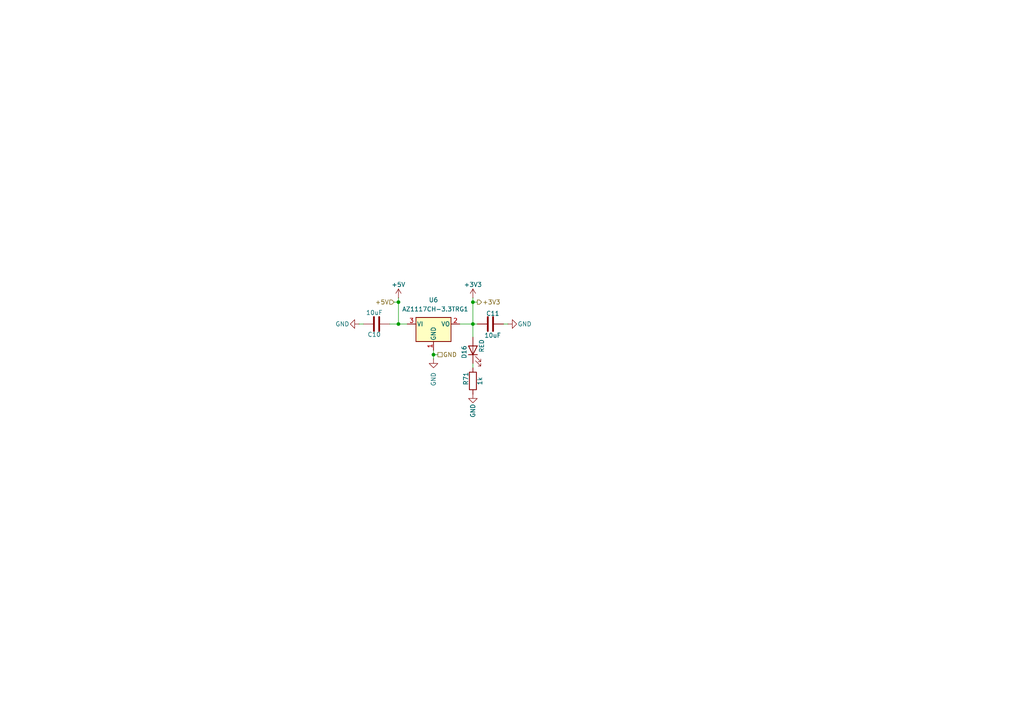
<source format=kicad_sch>
(kicad_sch (version 20250114) (generator "eeschema") (generator_version "9.0")
  (paper "A4")
  (lib_symbols
    (symbol "Device:C" (pin_numbers (hide yes)) (pin_names (offset 0.254))
      (property "Reference" "C" (at 0.635 2.54 0))
      (property "Value" "C" (at 0.635 -2.54 0))
      (symbol "C_0_1"
        (polyline (pts (xy -2.032 0.762) (xy 2.032 0.762)) (stroke (width 0.508)))
        (polyline (pts (xy -2.032 -0.762) (xy 2.032 -0.762)) (stroke (width 0.508)))
      )
      (symbol "C_1_1"
        (pin passive line (at 0 3.81 270) (length 2.794) (name "~") (number "1"))
        (pin passive line (at 0 -3.81 90) (length 2.794) (name "~") (number "2"))
      )
    )
    (symbol "Device:LED" (pin_numbers (hide yes)) (pin_names (offset 1.016) (hide yes))
      (property "Reference" "D" (at 0 2.54 0))
      (property "Value" "LED" (at 0 -2.54 0))
      (symbol "LED_0_1"
        (polyline (pts (xy -3.048 -0.762) (xy -4.572 -2.286) (xy -3.81 -2.286) (xy -4.572 -2.286) (xy -4.572 -1.524)))
        (polyline (pts (xy -1.778 -0.762) (xy -3.302 -2.286) (xy -2.54 -2.286) (xy -3.302 -2.286) (xy -3.302 -1.524)))
        (polyline (pts (xy -1.27 0) (xy 1.27 0)))
        (polyline (pts (xy -1.27 -1.27) (xy -1.27 1.27)) (stroke (width 0.254)))
        (polyline (pts (xy 1.27 -1.27) (xy 1.27 1.27) (xy -1.27 0) (xy 1.27 -1.27)) (stroke (width 0.254)))
      )
      (symbol "LED_1_1"
        (pin passive line (at -3.81 0 0) (length 2.54) (name "K") (number "1"))
        (pin passive line (at 3.81 0 180) (length 2.54) (name "A") (number "2"))
      )
    )
    (symbol "Device:R" (pin_numbers (hide yes)) (pin_names (offset 0))
      (property "Reference" "R" (at 2.032 0 90))
      (property "Value" "R" (at 0 0 90))
      (symbol "R_0_1"
        (rectangle (start -1.016 -2.54) (end 1.016 2.54) (stroke (width 0.254)))
      )
      (symbol "R_1_1"
        (pin passive line (at 0 3.81 270) (length 1.27) (name "~") (number "1"))
        (pin passive line (at 0 -3.81 90) (length 1.27) (name "~") (number "2"))
      )
    )
    (symbol "Regulator_Linear:AZ1117-3.3" (pin_names (offset 0.254))
      (property "Reference" "U" (at -3.81 3.175 0))
      (property "Value" "AZ1117-3.3" (at 0 3.175 0))
      (symbol "AZ1117-3.3_0_1"
        (rectangle (start -5.08 1.905) (end 5.08 -5.08) (stroke (width 0.254)) (fill (type background)))
      )
      (symbol "AZ1117-3.3_1_1"
        (pin power_in line (at -7.62 0 0) (length 2.54) (name "VI") (number "3"))
        (pin power_in line (at 0 -7.62 90) (length 2.54) (name "GND") (number "1"))
        (pin power_out line (at 7.62 0 180) (length 2.54) (name "VO") (number "2"))
      )
    )
    (symbol "power:+3V3" (power) (pin_numbers (hide yes)) (pin_names (offset 0) (hide yes))
      (property "Value" "+3V3" (at 0 3.556 0))
      (symbol "+3V3_0_1"
        (polyline (pts (xy -0.762 1.27) (xy 0 2.54)))
        (polyline (pts (xy 0 2.54) (xy 0.762 1.27)))
        (polyline (pts (xy 0 0) (xy 0 2.54)))
      )
      (symbol "+3V3_1_1"
        (pin power_in line (at 0 0 90) (length 0) (name "~") (number "1"))
      )
    )
    (symbol "power:+5V" (power) (pin_numbers (hide yes)) (pin_names (offset 0) (hide yes))
      (property "Value" "+5V" (at 0 3.556 0))
      (symbol "+5V_0_1"
        (polyline (pts (xy -0.762 1.27) (xy 0 2.54)))
        (polyline (pts (xy 0 2.54) (xy 0.762 1.27)))
        (polyline (pts (xy 0 0) (xy 0 2.54)))
      )
      (symbol "+5V_1_1"
        (pin power_in line (at 0 0 90) (length 0) (name "~") (number "1"))
      )
    )
    (symbol "power:GND" (power) (pin_numbers (hide yes)) (pin_names (offset 0) (hide yes))
      (property "Value" "GND" (at 0 -3.81 0))
      (symbol "GND_0_1"
        (polyline (pts (xy 0 0) (xy 0 -1.27) (xy 1.27 -1.27) (xy 0 -2.54) (xy -1.27 -1.27) (xy 0 -1.27)))
      )
      (symbol "GND_1_1"
        (pin power_in line (at 0 0 270) (length 0) (name "~") (number "1"))
      )
    )
  )
  (junction (at 125.73 102.87))
  (junction (at 115.57 87.63))
  (junction (at 137.16 87.63))
  (junction (at 137.16 93.98))
  (junction (at 115.57 93.98))
  (wire (pts (xy 113.03 93.98) (xy 115.57 93.98)))
  (wire (pts (xy 137.16 86.36) (xy 137.16 87.63)))
  (wire (pts (xy 115.57 86.36) (xy 115.57 87.63)))
  (wire (pts (xy 125.73 102.87) (xy 125.73 104.14)))
  (wire (pts (xy 125.73 102.87) (xy 127 102.87)))
  (wire (pts (xy 138.43 93.98) (xy 137.16 93.98)))
  (wire (pts (xy 114.3 87.63) (xy 115.57 87.63)))
  (wire (pts (xy 137.16 93.98) (xy 137.16 97.79)))
  (wire (pts (xy 137.16 106.68) (xy 137.16 105.41)))
  (wire (pts (xy 137.16 87.63) (xy 137.16 93.98)))
  (wire (pts (xy 138.43 87.63) (xy 137.16 87.63)))
  (wire (pts (xy 115.57 93.98) (xy 118.11 93.98)))
  (wire (pts (xy 147.32 93.98) (xy 146.05 93.98)))
  (wire (pts (xy 125.73 101.6) (xy 125.73 102.87)))
  (wire (pts (xy 115.57 87.63) (xy 115.57 93.98)))
  (wire (pts (xy 104.14 93.98) (xy 105.41 93.98)))
  (wire (pts (xy 133.35 93.98) (xy 137.16 93.98)))
  (hierarchical_label "+5V" (shape input) (at 114.3 87.63 180))
  (hierarchical_label "GND" (shape passive) (at 127 102.87 0))
  (hierarchical_label "+3V3" (shape output) (at 138.43 87.63 0))
  (symbol (lib_id "power:+3V3") (at 137.16 86.36 0) (unit 1)
    (property "Reference" "#PWR0238" (effects (hide yes)))
    (property "Value" "+3V3" (at 137.16 82.55 0))
    (property "Description" "Power symbol creates a global label with name \"+3V3\"" (effects (hide yes)))
  )
  (symbol (lib_id "Regulator_Linear:AZ1117-3.3") (at 125.73 93.98 0) (unit 1)
    (property "Reference" "U6" (at 125.73 86.995 0))
    (property "Value" "AZ1117CH-3.3TRG1" (at 126.238 89.662 0))
    (property "Footprint" "Package_TO_SOT_SMD:SOT-223-3_TabPin2" (effects (hide yes)))
  )
  (symbol (lib_id "Device:LED") (at 137.16 101.6 90) (unit 1)
    (property "Reference" "D16" (at 134.62 102.108 0))
    (property "Value" "RED" (at 139.7 100.33 0))
    (property "Footprint" "LED_SMD:LED_0603_1608Metric" (effects (hide yes)))
    (property "Description" "Light emitting diode" (effects (hide yes)))
  )
  (symbol (lib_id "power:GND") (at 137.16 114.3 0) (unit 1)
    (property "Reference" "#PWR0239" (effects (hide yes)))
    (property "Value" "GND" (at 137.16 117.094 90) (effects (justify right)))
    (property "Description" "Power symbol creates a global label with name \"GND\" , ground" (effects (hide yes)))
  )
  (symbol (lib_id "Device:C") (at 142.24 93.98 270) (unit 1)
    (property "Reference" "C11" (at 140.97 90.932 90) (effects (justify left)))
    (property "Value" "10uF" (at 140.462 97.282 90) (effects (justify left)))
    (property "Footprint" "Capacitor_SMD:C_0603_1608Metric" (effects (hide yes)))
    (property "Description" "Unpolarized capacitor" (effects (hide yes)))
  )
  (symbol (lib_id "power:GND") (at 147.32 93.98 90) (unit 1)
    (property "Reference" "#PWR0240" (effects (hide yes)))
    (property "Value" "GND" (at 150.114 93.98 90) (effects (justify right)))
    (property "Description" "Power symbol creates a global label with name \"GND\" , ground" (effects (hide yes)))
  )
  (symbol (lib_id "Device:R") (at 137.16 110.49 0) (unit 1)
    (property "Reference" "R71" (at 135.128 111.76 90) (effects (justify left)))
    (property "Value" "1k" (at 139.192 111.76 90) (effects (justify left)))
    (property "Footprint" "Resistor_SMD:R_0603_1608Metric" (effects (hide yes)))
    (property "Description" "Resistor" (effects (hide yes)))
  )
  (symbol (lib_id "power:GND") (at 125.73 104.14 0) (unit 1)
    (property "Reference" "#PWR0237" (effects (hide yes)))
    (property "Value" "GND" (at 125.73 107.95 90) (effects (justify right)))
    (property "Description" "Power symbol creates a global label with name \"GND\" , ground" (effects (hide yes)))
  )
  (symbol (lib_id "Device:C") (at 109.22 93.98 90) (unit 1)
    (property "Reference" "C10" (at 110.49 97.028 90) (effects (justify left)))
    (property "Value" "10uF" (at 110.998 90.678 90) (effects (justify left)))
    (property "Footprint" "Capacitor_SMD:C_0603_1608Metric" (effects (hide yes)))
    (property "Description" "Unpolarized capacitor" (effects (hide yes)))
  )
  (symbol (lib_id "power:+5V") (at 115.57 86.36 0) (unit 1)
    (property "Reference" "#PWR0236" (effects (hide yes)))
    (property "Value" "+5V" (at 115.57 82.55 0))
    (property "Description" "Power symbol creates a global label with name \"+5V\"" (effects (hide yes)))
  )
  (symbol (lib_id "power:GND") (at 104.14 93.98 270) (unit 1)
    (property "Reference" "#PWR0235" (effects (hide yes)))
    (property "Value" "GND" (at 101.346 93.98 90) (effects (justify right)))
    (property "Description" "Power symbol creates a global label with name \"GND\" , ground" (effects (hide yes)))
  )
)
</source>
